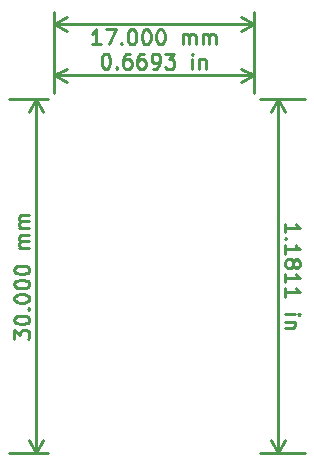
<source format=gbr>
G04 #@! TF.FileFunction,Drawing*
%FSLAX45Y45*%
G04 Gerber Fmt 4.5, Leading zero omitted, Abs format (unit mm)*
G04 Created by KiCad (PCBNEW (after 2015-may-01 BZR unknown)-product) date 5/23/2015 03:28:49*
%MOMM*%
G01*
G04 APERTURE LIST*
%ADD10C,0.254000*%
G04 APERTURE END LIST*
D10*
X8070152Y-10024190D02*
X8070152Y-9945571D01*
X8118533Y-9987905D01*
X8118533Y-9969762D01*
X8124581Y-9957667D01*
X8130629Y-9951619D01*
X8142724Y-9945571D01*
X8172962Y-9945571D01*
X8185057Y-9951619D01*
X8191105Y-9957667D01*
X8197152Y-9969762D01*
X8197152Y-10006048D01*
X8191105Y-10018143D01*
X8185057Y-10024190D01*
X8070152Y-9866952D02*
X8070152Y-9854857D01*
X8076200Y-9842762D01*
X8082248Y-9836714D01*
X8094343Y-9830667D01*
X8118533Y-9824619D01*
X8148771Y-9824619D01*
X8172962Y-9830667D01*
X8185057Y-9836714D01*
X8191105Y-9842762D01*
X8197152Y-9854857D01*
X8197152Y-9866952D01*
X8191105Y-9879048D01*
X8185057Y-9885095D01*
X8172962Y-9891143D01*
X8148771Y-9897190D01*
X8118533Y-9897190D01*
X8094343Y-9891143D01*
X8082248Y-9885095D01*
X8076200Y-9879048D01*
X8070152Y-9866952D01*
X8185057Y-9770190D02*
X8191105Y-9764143D01*
X8197152Y-9770190D01*
X8191105Y-9776238D01*
X8185057Y-9770190D01*
X8197152Y-9770190D01*
X8070152Y-9685524D02*
X8070152Y-9673429D01*
X8076200Y-9661333D01*
X8082248Y-9655286D01*
X8094343Y-9649238D01*
X8118533Y-9643190D01*
X8148771Y-9643190D01*
X8172962Y-9649238D01*
X8185057Y-9655286D01*
X8191105Y-9661333D01*
X8197152Y-9673429D01*
X8197152Y-9685524D01*
X8191105Y-9697619D01*
X8185057Y-9703667D01*
X8172962Y-9709714D01*
X8148771Y-9715762D01*
X8118533Y-9715762D01*
X8094343Y-9709714D01*
X8082248Y-9703667D01*
X8076200Y-9697619D01*
X8070152Y-9685524D01*
X8070152Y-9564571D02*
X8070152Y-9552476D01*
X8076200Y-9540381D01*
X8082248Y-9534333D01*
X8094343Y-9528286D01*
X8118533Y-9522238D01*
X8148771Y-9522238D01*
X8172962Y-9528286D01*
X8185057Y-9534333D01*
X8191105Y-9540381D01*
X8197152Y-9552476D01*
X8197152Y-9564571D01*
X8191105Y-9576667D01*
X8185057Y-9582714D01*
X8172962Y-9588762D01*
X8148771Y-9594809D01*
X8118533Y-9594809D01*
X8094343Y-9588762D01*
X8082248Y-9582714D01*
X8076200Y-9576667D01*
X8070152Y-9564571D01*
X8070152Y-9443619D02*
X8070152Y-9431524D01*
X8076200Y-9419429D01*
X8082248Y-9413381D01*
X8094343Y-9407333D01*
X8118533Y-9401286D01*
X8148771Y-9401286D01*
X8172962Y-9407333D01*
X8185057Y-9413381D01*
X8191105Y-9419429D01*
X8197152Y-9431524D01*
X8197152Y-9443619D01*
X8191105Y-9455714D01*
X8185057Y-9461762D01*
X8172962Y-9467809D01*
X8148771Y-9473857D01*
X8118533Y-9473857D01*
X8094343Y-9467809D01*
X8082248Y-9461762D01*
X8076200Y-9455714D01*
X8070152Y-9443619D01*
X8197152Y-9250095D02*
X8112486Y-9250095D01*
X8124581Y-9250095D02*
X8118533Y-9244048D01*
X8112486Y-9231952D01*
X8112486Y-9213809D01*
X8118533Y-9201714D01*
X8130629Y-9195667D01*
X8197152Y-9195667D01*
X8130629Y-9195667D02*
X8118533Y-9189619D01*
X8112486Y-9177524D01*
X8112486Y-9159381D01*
X8118533Y-9147286D01*
X8130629Y-9141238D01*
X8197152Y-9141238D01*
X8197152Y-9080762D02*
X8112486Y-9080762D01*
X8124581Y-9080762D02*
X8118533Y-9074714D01*
X8112486Y-9062619D01*
X8112486Y-9044476D01*
X8118533Y-9032381D01*
X8130629Y-9026333D01*
X8197152Y-9026333D01*
X8130629Y-9026333D02*
X8118533Y-9020286D01*
X8112486Y-9008190D01*
X8112486Y-8990048D01*
X8118533Y-8977952D01*
X8130629Y-8971905D01*
X8197152Y-8971905D01*
X8254000Y-10992000D02*
X8254000Y-7992000D01*
X8354000Y-10992000D02*
X8025400Y-10992000D01*
X8354000Y-7992000D02*
X8025400Y-7992000D01*
X8254000Y-7992000D02*
X8312642Y-8104650D01*
X8254000Y-7992000D02*
X8195358Y-8104650D01*
X8254000Y-10992000D02*
X8312642Y-10879350D01*
X8254000Y-10992000D02*
X8195358Y-10879350D01*
X8800429Y-7528016D02*
X8727857Y-7528016D01*
X8764143Y-7528016D02*
X8764143Y-7401016D01*
X8752048Y-7419159D01*
X8739952Y-7431254D01*
X8727857Y-7437302D01*
X8842762Y-7401016D02*
X8927429Y-7401016D01*
X8873000Y-7528016D01*
X8975810Y-7515921D02*
X8981857Y-7521968D01*
X8975810Y-7528016D01*
X8969762Y-7521968D01*
X8975810Y-7515921D01*
X8975810Y-7528016D01*
X9060476Y-7401016D02*
X9072572Y-7401016D01*
X9084667Y-7407064D01*
X9090714Y-7413111D01*
X9096762Y-7425206D01*
X9102810Y-7449397D01*
X9102810Y-7479635D01*
X9096762Y-7503825D01*
X9090714Y-7515921D01*
X9084667Y-7521968D01*
X9072572Y-7528016D01*
X9060476Y-7528016D01*
X9048381Y-7521968D01*
X9042333Y-7515921D01*
X9036286Y-7503825D01*
X9030238Y-7479635D01*
X9030238Y-7449397D01*
X9036286Y-7425206D01*
X9042333Y-7413111D01*
X9048381Y-7407064D01*
X9060476Y-7401016D01*
X9181429Y-7401016D02*
X9193524Y-7401016D01*
X9205619Y-7407064D01*
X9211667Y-7413111D01*
X9217714Y-7425206D01*
X9223762Y-7449397D01*
X9223762Y-7479635D01*
X9217714Y-7503825D01*
X9211667Y-7515921D01*
X9205619Y-7521968D01*
X9193524Y-7528016D01*
X9181429Y-7528016D01*
X9169333Y-7521968D01*
X9163286Y-7515921D01*
X9157238Y-7503825D01*
X9151191Y-7479635D01*
X9151191Y-7449397D01*
X9157238Y-7425206D01*
X9163286Y-7413111D01*
X9169333Y-7407064D01*
X9181429Y-7401016D01*
X9302381Y-7401016D02*
X9314476Y-7401016D01*
X9326572Y-7407064D01*
X9332619Y-7413111D01*
X9338667Y-7425206D01*
X9344714Y-7449397D01*
X9344714Y-7479635D01*
X9338667Y-7503825D01*
X9332619Y-7515921D01*
X9326572Y-7521968D01*
X9314476Y-7528016D01*
X9302381Y-7528016D01*
X9290286Y-7521968D01*
X9284238Y-7515921D01*
X9278191Y-7503825D01*
X9272143Y-7479635D01*
X9272143Y-7449397D01*
X9278191Y-7425206D01*
X9284238Y-7413111D01*
X9290286Y-7407064D01*
X9302381Y-7401016D01*
X9495905Y-7528016D02*
X9495905Y-7443349D01*
X9495905Y-7455445D02*
X9501953Y-7449397D01*
X9514048Y-7443349D01*
X9532191Y-7443349D01*
X9544286Y-7449397D01*
X9550334Y-7461492D01*
X9550334Y-7528016D01*
X9550334Y-7461492D02*
X9556381Y-7449397D01*
X9568476Y-7443349D01*
X9586619Y-7443349D01*
X9598714Y-7449397D01*
X9604762Y-7461492D01*
X9604762Y-7528016D01*
X9665238Y-7528016D02*
X9665238Y-7443349D01*
X9665238Y-7455445D02*
X9671286Y-7449397D01*
X9683381Y-7443349D01*
X9701524Y-7443349D01*
X9713619Y-7449397D01*
X9719667Y-7461492D01*
X9719667Y-7528016D01*
X9719667Y-7461492D02*
X9725714Y-7449397D01*
X9737810Y-7443349D01*
X9755953Y-7443349D01*
X9768048Y-7449397D01*
X9774095Y-7461492D01*
X9774095Y-7528016D01*
X8404000Y-7356264D02*
X10104000Y-7356264D01*
X8404000Y-7256264D02*
X8404000Y-7584864D01*
X10104000Y-7256264D02*
X10104000Y-7584864D01*
X10104000Y-7356264D02*
X9991350Y-7414906D01*
X10104000Y-7356264D02*
X9991350Y-7297621D01*
X8404000Y-7356264D02*
X8516650Y-7414906D01*
X8404000Y-7356264D02*
X8516650Y-7297621D01*
X10360848Y-9120071D02*
X10360848Y-9047500D01*
X10360848Y-9083786D02*
X10487848Y-9083786D01*
X10469705Y-9071691D01*
X10457610Y-9059595D01*
X10451562Y-9047500D01*
X10372943Y-9174500D02*
X10366895Y-9180548D01*
X10360848Y-9174500D01*
X10366895Y-9168452D01*
X10372943Y-9174500D01*
X10360848Y-9174500D01*
X10360848Y-9301500D02*
X10360848Y-9228929D01*
X10360848Y-9265214D02*
X10487848Y-9265214D01*
X10469705Y-9253119D01*
X10457610Y-9241024D01*
X10451562Y-9228929D01*
X10433419Y-9374072D02*
X10439467Y-9361976D01*
X10445514Y-9355929D01*
X10457610Y-9349881D01*
X10463657Y-9349881D01*
X10475752Y-9355929D01*
X10481800Y-9361976D01*
X10487848Y-9374072D01*
X10487848Y-9398262D01*
X10481800Y-9410357D01*
X10475752Y-9416405D01*
X10463657Y-9422452D01*
X10457610Y-9422452D01*
X10445514Y-9416405D01*
X10439467Y-9410357D01*
X10433419Y-9398262D01*
X10433419Y-9374072D01*
X10427371Y-9361976D01*
X10421324Y-9355929D01*
X10409229Y-9349881D01*
X10385038Y-9349881D01*
X10372943Y-9355929D01*
X10366895Y-9361976D01*
X10360848Y-9374072D01*
X10360848Y-9398262D01*
X10366895Y-9410357D01*
X10372943Y-9416405D01*
X10385038Y-9422452D01*
X10409229Y-9422452D01*
X10421324Y-9416405D01*
X10427371Y-9410357D01*
X10433419Y-9398262D01*
X10360848Y-9543405D02*
X10360848Y-9470833D01*
X10360848Y-9507119D02*
X10487848Y-9507119D01*
X10469705Y-9495024D01*
X10457610Y-9482929D01*
X10451562Y-9470833D01*
X10360848Y-9664357D02*
X10360848Y-9591786D01*
X10360848Y-9628072D02*
X10487848Y-9628072D01*
X10469705Y-9615976D01*
X10457610Y-9603881D01*
X10451562Y-9591786D01*
X10360848Y-9815548D02*
X10445514Y-9815548D01*
X10487848Y-9815548D02*
X10481800Y-9809500D01*
X10475752Y-9815548D01*
X10481800Y-9821595D01*
X10487848Y-9815548D01*
X10475752Y-9815548D01*
X10445514Y-9876024D02*
X10360848Y-9876024D01*
X10433419Y-9876024D02*
X10439467Y-9882072D01*
X10445514Y-9894167D01*
X10445514Y-9912310D01*
X10439467Y-9924405D01*
X10427371Y-9930453D01*
X10360848Y-9930453D01*
X10304000Y-7992000D02*
X10304000Y-10992000D01*
X10154000Y-7992000D02*
X10532600Y-7992000D01*
X10154000Y-10992000D02*
X10532600Y-10992000D01*
X10304000Y-10992000D02*
X10245358Y-10879350D01*
X10304000Y-10992000D02*
X10362642Y-10879350D01*
X10304000Y-7992000D02*
X10245358Y-8104650D01*
X10304000Y-7992000D02*
X10362642Y-8104650D01*
X8839738Y-7608152D02*
X8851833Y-7608152D01*
X8863929Y-7614200D01*
X8869976Y-7620248D01*
X8876024Y-7632343D01*
X8882071Y-7656533D01*
X8882071Y-7686771D01*
X8876024Y-7710962D01*
X8869976Y-7723057D01*
X8863929Y-7729105D01*
X8851833Y-7735152D01*
X8839738Y-7735152D01*
X8827643Y-7729105D01*
X8821595Y-7723057D01*
X8815548Y-7710962D01*
X8809500Y-7686771D01*
X8809500Y-7656533D01*
X8815548Y-7632343D01*
X8821595Y-7620248D01*
X8827643Y-7614200D01*
X8839738Y-7608152D01*
X8936500Y-7723057D02*
X8942548Y-7729105D01*
X8936500Y-7735152D01*
X8930452Y-7729105D01*
X8936500Y-7723057D01*
X8936500Y-7735152D01*
X9051405Y-7608152D02*
X9027214Y-7608152D01*
X9015119Y-7614200D01*
X9009071Y-7620248D01*
X8996976Y-7638390D01*
X8990929Y-7662581D01*
X8990929Y-7710962D01*
X8996976Y-7723057D01*
X9003024Y-7729105D01*
X9015119Y-7735152D01*
X9039310Y-7735152D01*
X9051405Y-7729105D01*
X9057452Y-7723057D01*
X9063500Y-7710962D01*
X9063500Y-7680724D01*
X9057452Y-7668629D01*
X9051405Y-7662581D01*
X9039310Y-7656533D01*
X9015119Y-7656533D01*
X9003024Y-7662581D01*
X8996976Y-7668629D01*
X8990929Y-7680724D01*
X9172357Y-7608152D02*
X9148167Y-7608152D01*
X9136072Y-7614200D01*
X9130024Y-7620248D01*
X9117929Y-7638390D01*
X9111881Y-7662581D01*
X9111881Y-7710962D01*
X9117929Y-7723057D01*
X9123976Y-7729105D01*
X9136072Y-7735152D01*
X9160262Y-7735152D01*
X9172357Y-7729105D01*
X9178405Y-7723057D01*
X9184452Y-7710962D01*
X9184452Y-7680724D01*
X9178405Y-7668629D01*
X9172357Y-7662581D01*
X9160262Y-7656533D01*
X9136072Y-7656533D01*
X9123976Y-7662581D01*
X9117929Y-7668629D01*
X9111881Y-7680724D01*
X9244929Y-7735152D02*
X9269119Y-7735152D01*
X9281214Y-7729105D01*
X9287262Y-7723057D01*
X9299357Y-7704914D01*
X9305405Y-7680724D01*
X9305405Y-7632343D01*
X9299357Y-7620248D01*
X9293310Y-7614200D01*
X9281214Y-7608152D01*
X9257024Y-7608152D01*
X9244929Y-7614200D01*
X9238881Y-7620248D01*
X9232833Y-7632343D01*
X9232833Y-7662581D01*
X9238881Y-7674676D01*
X9244929Y-7680724D01*
X9257024Y-7686771D01*
X9281214Y-7686771D01*
X9293310Y-7680724D01*
X9299357Y-7674676D01*
X9305405Y-7662581D01*
X9347738Y-7608152D02*
X9426357Y-7608152D01*
X9384024Y-7656533D01*
X9402167Y-7656533D01*
X9414262Y-7662581D01*
X9420310Y-7668629D01*
X9426357Y-7680724D01*
X9426357Y-7710962D01*
X9420310Y-7723057D01*
X9414262Y-7729105D01*
X9402167Y-7735152D01*
X9365881Y-7735152D01*
X9353786Y-7729105D01*
X9347738Y-7723057D01*
X9577548Y-7735152D02*
X9577548Y-7650486D01*
X9577548Y-7608152D02*
X9571500Y-7614200D01*
X9577548Y-7620248D01*
X9583595Y-7614200D01*
X9577548Y-7608152D01*
X9577548Y-7620248D01*
X9638024Y-7650486D02*
X9638024Y-7735152D01*
X9638024Y-7662581D02*
X9644072Y-7656533D01*
X9656167Y-7650486D01*
X9674310Y-7650486D01*
X9686405Y-7656533D01*
X9692453Y-7668629D01*
X9692453Y-7735152D01*
X8404000Y-7792000D02*
X10104000Y-7792000D01*
X8404000Y-7942000D02*
X8404000Y-7563400D01*
X10104000Y-7942000D02*
X10104000Y-7563400D01*
X10104000Y-7792000D02*
X9991350Y-7850642D01*
X10104000Y-7792000D02*
X9991350Y-7733358D01*
X8404000Y-7792000D02*
X8516650Y-7850642D01*
X8404000Y-7792000D02*
X8516650Y-7733358D01*
M02*

</source>
